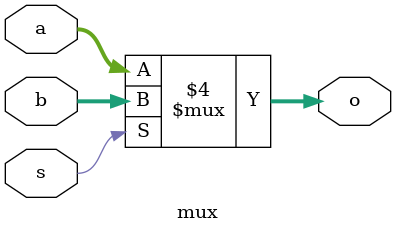
<source format=v>
`include "/gaia/class/student/thorntjl/csc137/project4/cla8bit.v"
module combine(
input clock,reset,start,mode,//clock,reset,start,mode
input [7:0] a,b,c,d,
output reg [7:0] result,
output done,
output cso

);
wire [4:0] cs;
assign cso=cs[1];
wire [7:0] o1,o2,o3,answer;
wire ovf;
controlunit c1(clock,reset,start,mode,cs);
mux m1(cs[3],d,o2,o3);
mux m2(cs[2],b,c,o2);
complimentaddsub add1(cs[0],cs[0],result,o2,answer,ovf);
mux m3(cs[1],a,answer,o1);
assign done=cs[4];

//register
always@ (posedge clock,posedge reset)
begin	
	if (reset==1)
		result=0;
	else
		result=o1;
	
end 
endmodule



module controlunit(
input  clock,reset,start,mode,
output reg [4:0] cs //m,s0,s1,s2,done
);
parameter A=2'b00,
B=2'b01,
C=2'b10,
D=2'b11;
reg [1:0] current_state,next_state;
always@* 

begin
	casex (current_state)
	A: if(start==1'b0) 
		next_state=A;
	else 
		next_state=B;

	B: 	next_state=C;

	C:	next_state=D;

	D:	next_state=D;
endcase
end
//OG
always@*
begin
	casex (current_state)
	A:	cs=5'b00000;
	
	B: if(mode==1)
		cs=5'b01011;
	else 
		cs=5'b01010;
	
	C:if(mode==1)
		cs=5'b01110;
	else 
		cs=5'b01111;
	
	D: 	cs=5'b10111;
	
	
endcase
end
//flip flop
always@ (posedge clock,posedge reset)
begin	
	if (reset==1)
		current_state<=A;
	else
		current_state=next_state;
end 
assign state=current_state;
endmodule


module mux(
input s,
input [7:0] a,b,
output reg [7:0] o
);
always@*
begin 
if (s==1'b0)
	o=a;
else
	o=b;
end
endmodule	

</source>
